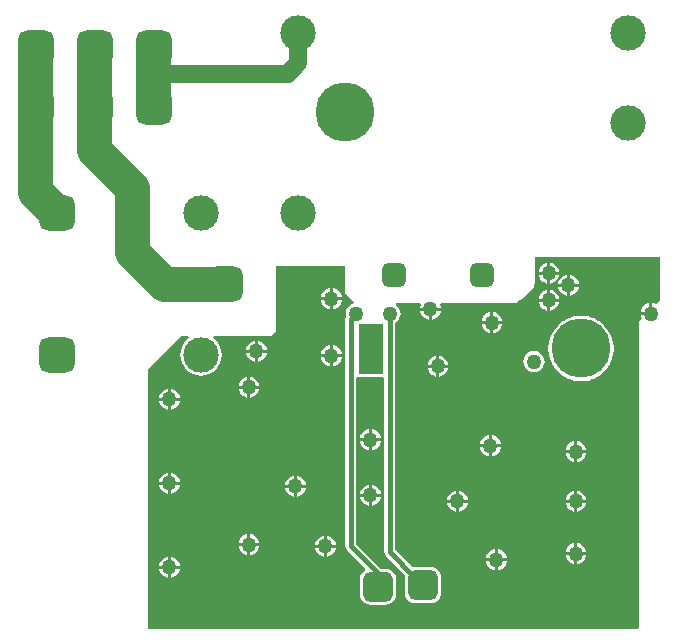
<source format=gbl>
G04 Layer_Physical_Order=2*
G04 Layer_Color=16711680*
%FSAX24Y24*%
%MOIN*%
G70*
G01*
G75*
%ADD10C,0.0157*%
%ADD24C,0.1181*%
%ADD25C,0.0591*%
%ADD36C,0.1181*%
G04:AMPARAMS|DCode=37|XSize=78.7mil|YSize=78.7mil|CornerRadius=19.7mil|HoleSize=0mil|Usage=FLASHONLY|Rotation=180.000|XOffset=0mil|YOffset=0mil|HoleType=Round|Shape=RoundedRectangle|*
%AMROUNDEDRECTD37*
21,1,0.0787,0.0394,0,0,180.0*
21,1,0.0394,0.0787,0,0,180.0*
1,1,0.0394,-0.0197,0.0197*
1,1,0.0394,0.0197,0.0197*
1,1,0.0394,0.0197,-0.0197*
1,1,0.0394,-0.0197,-0.0197*
%
%ADD37ROUNDEDRECTD37*%
G04:AMPARAMS|DCode=38|XSize=118.1mil|YSize=118.1mil|CornerRadius=29.5mil|HoleSize=0mil|Usage=FLASHONLY|Rotation=90.000|XOffset=0mil|YOffset=0mil|HoleType=Round|Shape=RoundedRectangle|*
%AMROUNDEDRECTD38*
21,1,0.1181,0.0591,0,0,90.0*
21,1,0.0591,0.1181,0,0,90.0*
1,1,0.0591,0.0295,0.0295*
1,1,0.0591,0.0295,-0.0295*
1,1,0.0591,-0.0295,-0.0295*
1,1,0.0591,-0.0295,0.0295*
%
%ADD38ROUNDEDRECTD38*%
G04:AMPARAMS|DCode=39|XSize=118.1mil|YSize=118.1mil|CornerRadius=29.5mil|HoleSize=0mil|Usage=FLASHONLY|Rotation=0.000|XOffset=0mil|YOffset=0mil|HoleType=Round|Shape=RoundedRectangle|*
%AMROUNDEDRECTD39*
21,1,0.1181,0.0591,0,0,0.0*
21,1,0.0591,0.1181,0,0,0.0*
1,1,0.0591,0.0295,-0.0295*
1,1,0.0591,-0.0295,-0.0295*
1,1,0.0591,-0.0295,0.0295*
1,1,0.0591,0.0295,0.0295*
%
%ADD39ROUNDEDRECTD39*%
%ADD40C,0.1968*%
%ADD41C,0.0500*%
G04:AMPARAMS|DCode=42|XSize=100mil|YSize=100mil|CornerRadius=25mil|HoleSize=0mil|Usage=FLASHONLY|Rotation=0.000|XOffset=0mil|YOffset=0mil|HoleType=Round|Shape=RoundedRectangle|*
%AMROUNDEDRECTD42*
21,1,0.1000,0.0500,0,0,0.0*
21,1,0.0500,0.1000,0,0,0.0*
1,1,0.0500,0.0250,-0.0250*
1,1,0.0500,-0.0250,-0.0250*
1,1,0.0500,-0.0250,0.0250*
1,1,0.0500,0.0250,0.0250*
%
%ADD42ROUNDEDRECTD42*%
%ADD43R,0.0820X0.1650*%
G36*
X032550Y039800D02*
X032412Y039662D01*
X032341Y039691D01*
X032300Y039696D01*
X032300Y039350D01*
X032250Y039350D01*
X032250Y039300D01*
X031904Y039300D01*
X031909Y039259D01*
X031938Y039188D01*
X031850Y039100D01*
X031850Y028900D01*
X031854Y028896D01*
X031835Y028850D01*
X015500Y028850D01*
X015500Y037500D01*
X016600Y038600D01*
X016830Y038600D01*
X016865Y038554D01*
X016865Y038550D01*
X016762Y038466D01*
X016676Y038361D01*
X016612Y038241D01*
X016573Y038111D01*
X016559Y037976D01*
X016573Y037840D01*
X016612Y037710D01*
X016676Y037590D01*
X016762Y037485D01*
X016868Y037399D01*
X016988Y037335D01*
X017118Y037295D01*
X017253Y037282D01*
X017389Y037295D01*
X017519Y037335D01*
X017639Y037399D01*
X017744Y037485D01*
X017830Y037590D01*
X017894Y037710D01*
X017934Y037840D01*
X017947Y037976D01*
X017934Y038111D01*
X017894Y038241D01*
X017830Y038361D01*
X017744Y038466D01*
X017642Y038550D01*
X017642Y038554D01*
X017677Y038600D01*
X019600Y038600D01*
X019750Y038750D01*
X019750Y040950D01*
X022050Y040950D01*
X022050Y040050D01*
X022356Y039744D01*
X022338Y039691D01*
X022338Y039691D01*
X022253Y039656D01*
X022180Y039600D01*
X022123Y039527D01*
X022088Y039441D01*
X022076Y039350D01*
X022088Y039259D01*
X022090Y039254D01*
X022082Y039241D01*
X022068Y039171D01*
X022068Y039171D01*
X022068Y031600D01*
X022068Y031600D01*
X022082Y031530D01*
X022121Y031471D01*
X022736Y030856D01*
X022729Y030817D01*
X022719Y030802D01*
X022650Y030750D01*
X022594Y030677D01*
X022559Y030591D01*
X022547Y030500D01*
X022547Y030000D01*
X022559Y029909D01*
X022594Y029823D01*
X022650Y029750D01*
X022723Y029694D01*
X022809Y029659D01*
X022900Y029647D01*
X023400Y029647D01*
X023491Y029659D01*
X023577Y029694D01*
X023650Y029750D01*
X023706Y029823D01*
X023741Y029909D01*
X023753Y030000D01*
X023753Y030500D01*
X023741Y030591D01*
X023706Y030677D01*
X023650Y030750D01*
X023577Y030806D01*
X023491Y030841D01*
X023400Y030853D01*
X023255Y030853D01*
X022432Y031675D01*
X022432Y037212D01*
X022446Y037224D01*
X022482Y037244D01*
X022510Y037238D01*
X023330Y037238D01*
X023368Y037207D01*
X023368Y031400D01*
X023368Y031400D01*
X023382Y031330D01*
X023421Y031271D01*
X024058Y030634D01*
X024047Y030550D01*
X024047Y030050D01*
X024059Y029959D01*
X024094Y029873D01*
X024150Y029800D01*
X024223Y029744D01*
X024309Y029709D01*
X024400Y029697D01*
X024900Y029697D01*
X024991Y029709D01*
X025077Y029744D01*
X025150Y029800D01*
X025206Y029873D01*
X025241Y029959D01*
X025253Y030050D01*
X025253Y030550D01*
X025241Y030641D01*
X025206Y030727D01*
X025150Y030800D01*
X025077Y030856D01*
X024991Y030891D01*
X024900Y030903D01*
X024400Y030903D01*
X024316Y030892D01*
X023732Y031475D01*
X023732Y039049D01*
X023800Y039100D01*
X023856Y039173D01*
X023891Y039259D01*
X023903Y039350D01*
X023891Y039441D01*
X023856Y039527D01*
X023800Y039600D01*
X023734Y039650D01*
X023737Y039678D01*
X023748Y039700D01*
X024552Y039700D01*
X024583Y039650D01*
X024559Y039591D01*
X024554Y039550D01*
X025246Y039550D01*
X025241Y039591D01*
X025217Y039650D01*
X025248Y039700D01*
X027750Y039700D01*
X027832Y039782D01*
X027855Y039786D01*
X027864Y039790D01*
X027874Y039792D01*
X027874Y039792D01*
X027885Y039795D01*
X027894Y039801D01*
X027895Y039801D01*
X027904Y039807D01*
X027913Y039811D01*
X027933Y039824D01*
X027940Y039831D01*
X027948Y039836D01*
X027948Y039837D01*
X027957Y039843D01*
X028307Y040193D01*
X028307Y040193D01*
X028313Y040202D01*
X028314Y040202D01*
X028319Y040210D01*
X028326Y040217D01*
X028339Y040237D01*
X028343Y040246D01*
X028349Y040255D01*
X028349Y040256D01*
X028355Y040265D01*
X028358Y040276D01*
X028358Y040276D01*
X028360Y040286D01*
X028364Y040295D01*
X028368Y040318D01*
X028368Y040328D01*
X028370Y040338D01*
X028370Y040339D01*
X028372Y040350D01*
X028372Y040350D01*
X028372Y041250D01*
X032550Y041250D01*
X032550Y039800D01*
X032550Y039800D02*
G37*
%LPC*%
G36*
X022850Y033646D02*
X022809Y033641D01*
X022723Y033606D01*
X022650Y033550D01*
X022594Y033477D01*
X022559Y033391D01*
X022554Y033350D01*
X022850Y033350D01*
X022850Y033646D01*
X022850Y033646D02*
G37*
G36*
X020746Y033550D02*
X020450Y033550D01*
X020450Y033254D01*
X020491Y033259D01*
X020577Y033294D01*
X020650Y033350D01*
X020706Y033423D01*
X020741Y033509D01*
X020746Y033550D01*
X020746Y033550D02*
G37*
G36*
X020350Y033550D02*
X020054Y033550D01*
X020059Y033509D01*
X020094Y033423D01*
X020150Y033350D01*
X020223Y033294D01*
X020309Y033259D01*
X020350Y033254D01*
X020350Y033550D01*
X020350Y033550D02*
G37*
G36*
X016546Y033650D02*
X016250Y033650D01*
X016250Y033354D01*
X016291Y033359D01*
X016377Y033394D01*
X016450Y033450D01*
X016506Y033523D01*
X016541Y033609D01*
X016546Y033650D01*
X016546Y033650D02*
G37*
G36*
X016150Y033650D02*
X015854Y033650D01*
X015859Y033609D01*
X015894Y033523D01*
X015950Y033450D01*
X016023Y033394D01*
X016109Y033359D01*
X016150Y033354D01*
X016150Y033650D01*
X016150Y033650D02*
G37*
G36*
X022950Y033646D02*
X022950Y033350D01*
X023246Y033350D01*
X023241Y033391D01*
X023206Y033477D01*
X023150Y033550D01*
X023077Y033606D01*
X022991Y033641D01*
X022950Y033646D01*
X022950Y033646D02*
G37*
G36*
X025750Y033446D02*
X025709Y033441D01*
X025623Y033406D01*
X025550Y033350D01*
X025494Y033277D01*
X025459Y033191D01*
X025454Y033150D01*
X025750Y033150D01*
X025750Y033446D01*
X025750Y033446D02*
G37*
G36*
X023246Y033250D02*
X022950Y033250D01*
X022950Y032954D01*
X022991Y032959D01*
X023077Y032994D01*
X023150Y033050D01*
X023206Y033123D01*
X023241Y033209D01*
X023246Y033250D01*
X023246Y033250D02*
G37*
G36*
X022850Y033250D02*
X022554Y033250D01*
X022559Y033209D01*
X022594Y033123D01*
X022650Y033050D01*
X022723Y032994D01*
X022809Y032959D01*
X022850Y032954D01*
X022850Y033250D01*
X022850Y033250D02*
G37*
G36*
X029800Y033446D02*
X029800Y033150D01*
X030096Y033150D01*
X030091Y033191D01*
X030056Y033277D01*
X030000Y033350D01*
X029927Y033406D01*
X029841Y033441D01*
X029800Y033446D01*
X029800Y033446D02*
G37*
G36*
X029700Y033446D02*
X029659Y033441D01*
X029573Y033406D01*
X029500Y033350D01*
X029444Y033277D01*
X029409Y033191D01*
X029404Y033150D01*
X029700Y033150D01*
X029700Y033446D01*
X029700Y033446D02*
G37*
G36*
X025850Y033446D02*
X025850Y033150D01*
X026146Y033150D01*
X026141Y033191D01*
X026106Y033277D01*
X026050Y033350D01*
X025977Y033406D01*
X025891Y033441D01*
X025850Y033446D01*
X025850Y033446D02*
G37*
G36*
X027246Y034900D02*
X026950Y034900D01*
X026950Y034604D01*
X026991Y034609D01*
X027077Y034644D01*
X027150Y034700D01*
X027206Y034773D01*
X027241Y034859D01*
X027246Y034900D01*
X027246Y034900D02*
G37*
G36*
X026850Y034900D02*
X026554Y034900D01*
X026559Y034859D01*
X026594Y034773D01*
X026650Y034700D01*
X026723Y034644D01*
X026809Y034609D01*
X026850Y034604D01*
X026850Y034900D01*
X026850Y034900D02*
G37*
G36*
X030096Y034700D02*
X029800Y034700D01*
X029800Y034404D01*
X029841Y034409D01*
X029927Y034444D01*
X030000Y034500D01*
X030056Y034573D01*
X030091Y034659D01*
X030096Y034700D01*
X030096Y034700D02*
G37*
G36*
X022850Y035100D02*
X022554Y035100D01*
X022559Y035059D01*
X022594Y034973D01*
X022650Y034900D01*
X022723Y034844D01*
X022809Y034809D01*
X022850Y034804D01*
X022850Y035100D01*
X022850Y035100D02*
G37*
G36*
X029800Y035096D02*
X029800Y034800D01*
X030096Y034800D01*
X030091Y034841D01*
X030056Y034927D01*
X030000Y035000D01*
X029927Y035056D01*
X029841Y035091D01*
X029800Y035096D01*
X029800Y035096D02*
G37*
G36*
X029700Y035096D02*
X029659Y035091D01*
X029573Y035056D01*
X029500Y035000D01*
X029444Y034927D01*
X029409Y034841D01*
X029404Y034800D01*
X029700Y034800D01*
X029700Y035096D01*
X029700Y035096D02*
G37*
G36*
X020450Y033946D02*
X020450Y033650D01*
X020746Y033650D01*
X020741Y033691D01*
X020706Y033777D01*
X020650Y033850D01*
X020577Y033906D01*
X020491Y033941D01*
X020450Y033946D01*
X020450Y033946D02*
G37*
G36*
X020350Y033946D02*
X020309Y033941D01*
X020223Y033906D01*
X020150Y033850D01*
X020094Y033777D01*
X020059Y033691D01*
X020054Y033650D01*
X020350Y033650D01*
X020350Y033946D01*
X020350Y033946D02*
G37*
G36*
X023246Y035100D02*
X022950Y035100D01*
X022950Y034804D01*
X022991Y034809D01*
X023077Y034844D01*
X023150Y034900D01*
X023206Y034973D01*
X023241Y035059D01*
X023246Y035100D01*
X023246Y035100D02*
G37*
G36*
X029700Y034700D02*
X029404Y034700D01*
X029409Y034659D01*
X029444Y034573D01*
X029500Y034500D01*
X029573Y034444D01*
X029659Y034409D01*
X029700Y034404D01*
X029700Y034700D01*
X029700Y034700D02*
G37*
G36*
X016250Y034046D02*
X016250Y033750D01*
X016546Y033750D01*
X016541Y033791D01*
X016506Y033877D01*
X016450Y033950D01*
X016377Y034006D01*
X016291Y034041D01*
X016250Y034046D01*
X016250Y034046D02*
G37*
G36*
X016150Y034046D02*
X016109Y034041D01*
X016023Y034006D01*
X015950Y033950D01*
X015894Y033877D01*
X015859Y033791D01*
X015854Y033750D01*
X016150Y033750D01*
X016150Y034046D01*
X016150Y034046D02*
G37*
G36*
X027050Y031496D02*
X027009Y031491D01*
X026923Y031456D01*
X026850Y031400D01*
X026794Y031327D01*
X026759Y031241D01*
X026754Y031200D01*
X027050Y031200D01*
X027050Y031496D01*
X027050Y031496D02*
G37*
G36*
X030096Y031300D02*
X029800Y031300D01*
X029800Y031004D01*
X029841Y031009D01*
X029927Y031044D01*
X030000Y031100D01*
X030056Y031173D01*
X030091Y031259D01*
X030096Y031300D01*
X030096Y031300D02*
G37*
G36*
X029700Y031300D02*
X029404Y031300D01*
X029409Y031259D01*
X029444Y031173D01*
X029500Y031100D01*
X029573Y031044D01*
X029659Y031009D01*
X029700Y031004D01*
X029700Y031300D01*
X029700Y031300D02*
G37*
G36*
X021746Y031550D02*
X021450Y031550D01*
X021450Y031254D01*
X021491Y031259D01*
X021577Y031294D01*
X021650Y031350D01*
X021706Y031423D01*
X021741Y031509D01*
X021746Y031550D01*
X021746Y031550D02*
G37*
G36*
X021350Y031550D02*
X021054Y031550D01*
X021059Y031509D01*
X021094Y031423D01*
X021150Y031350D01*
X021223Y031294D01*
X021309Y031259D01*
X021350Y031254D01*
X021350Y031550D01*
X021350Y031550D02*
G37*
G36*
X027150Y031496D02*
X027150Y031200D01*
X027446Y031200D01*
X027441Y031241D01*
X027406Y031327D01*
X027350Y031400D01*
X027277Y031456D01*
X027191Y031491D01*
X027150Y031496D01*
X027150Y031496D02*
G37*
G36*
X027050Y031100D02*
X026754Y031100D01*
X026759Y031059D01*
X026794Y030973D01*
X026850Y030900D01*
X026923Y030844D01*
X027009Y030809D01*
X027050Y030804D01*
X027050Y031100D01*
X027050Y031100D02*
G37*
G36*
X016546Y030850D02*
X016250Y030850D01*
X016250Y030554D01*
X016291Y030559D01*
X016377Y030594D01*
X016450Y030650D01*
X016506Y030723D01*
X016541Y030809D01*
X016546Y030850D01*
X016546Y030850D02*
G37*
G36*
X016150Y030850D02*
X015854Y030850D01*
X015859Y030809D01*
X015894Y030723D01*
X015950Y030650D01*
X016023Y030594D01*
X016109Y030559D01*
X016150Y030554D01*
X016150Y030850D01*
X016150Y030850D02*
G37*
G36*
X016250Y031246D02*
X016250Y030950D01*
X016546Y030950D01*
X016541Y030991D01*
X016506Y031077D01*
X016450Y031150D01*
X016377Y031206D01*
X016291Y031241D01*
X016250Y031246D01*
X016250Y031246D02*
G37*
G36*
X016150Y031246D02*
X016109Y031241D01*
X016023Y031206D01*
X015950Y031150D01*
X015894Y031077D01*
X015859Y030991D01*
X015854Y030950D01*
X016150Y030950D01*
X016150Y031246D01*
X016150Y031246D02*
G37*
G36*
X027446Y031100D02*
X027150Y031100D01*
X027150Y030804D01*
X027191Y030809D01*
X027277Y030844D01*
X027350Y030900D01*
X027406Y030973D01*
X027441Y031059D01*
X027446Y031100D01*
X027446Y031100D02*
G37*
G36*
X025750Y033050D02*
X025454Y033050D01*
X025459Y033009D01*
X025494Y032923D01*
X025550Y032850D01*
X025623Y032794D01*
X025709Y032759D01*
X025750Y032754D01*
X025750Y033050D01*
X025750Y033050D02*
G37*
G36*
X018900Y031996D02*
X018900Y031700D01*
X019196Y031700D01*
X019191Y031741D01*
X019156Y031827D01*
X019100Y031900D01*
X019027Y031956D01*
X018941Y031991D01*
X018900Y031996D01*
X018900Y031996D02*
G37*
G36*
X018800Y031996D02*
X018759Y031991D01*
X018673Y031956D01*
X018600Y031900D01*
X018544Y031827D01*
X018509Y031741D01*
X018504Y031700D01*
X018800Y031700D01*
X018800Y031996D01*
X018800Y031996D02*
G37*
G36*
X030096Y033050D02*
X029800Y033050D01*
X029800Y032754D01*
X029841Y032759D01*
X029927Y032794D01*
X030000Y032850D01*
X030056Y032923D01*
X030091Y033009D01*
X030096Y033050D01*
X030096Y033050D02*
G37*
G36*
X029700Y033050D02*
X029404Y033050D01*
X029409Y033009D01*
X029444Y032923D01*
X029500Y032850D01*
X029573Y032794D01*
X029659Y032759D01*
X029700Y032754D01*
X029700Y033050D01*
X029700Y033050D02*
G37*
G36*
X026146Y033050D02*
X025850Y033050D01*
X025850Y032754D01*
X025891Y032759D01*
X025977Y032794D01*
X026050Y032850D01*
X026106Y032923D01*
X026141Y033009D01*
X026146Y033050D01*
X026146Y033050D02*
G37*
G36*
X029700Y031696D02*
X029659Y031691D01*
X029573Y031656D01*
X029500Y031600D01*
X029444Y031527D01*
X029409Y031441D01*
X029404Y031400D01*
X029700Y031400D01*
X029700Y031696D01*
X029700Y031696D02*
G37*
G36*
X019196Y031600D02*
X018900Y031600D01*
X018900Y031304D01*
X018941Y031309D01*
X019027Y031344D01*
X019100Y031400D01*
X019156Y031473D01*
X019191Y031559D01*
X019196Y031600D01*
X019196Y031600D02*
G37*
G36*
X018800Y031600D02*
X018504Y031600D01*
X018509Y031559D01*
X018544Y031473D01*
X018600Y031400D01*
X018673Y031344D01*
X018759Y031309D01*
X018800Y031304D01*
X018800Y031600D01*
X018800Y031600D02*
G37*
G36*
X021450Y031946D02*
X021450Y031650D01*
X021746Y031650D01*
X021741Y031691D01*
X021706Y031777D01*
X021650Y031850D01*
X021577Y031906D01*
X021491Y031941D01*
X021450Y031946D01*
X021450Y031946D02*
G37*
G36*
X021350Y031946D02*
X021309Y031941D01*
X021223Y031906D01*
X021150Y031850D01*
X021094Y031777D01*
X021059Y031691D01*
X021054Y031650D01*
X021350Y031650D01*
X021350Y031946D01*
X021350Y031946D02*
G37*
G36*
X029800Y031696D02*
X029800Y031400D01*
X030096Y031400D01*
X030091Y031441D01*
X030056Y031527D01*
X030000Y031600D01*
X029927Y031656D01*
X029841Y031691D01*
X029800Y031696D01*
X029800Y031696D02*
G37*
G36*
X026850Y035296D02*
X026809Y035291D01*
X026723Y035256D01*
X026650Y035200D01*
X026594Y035127D01*
X026559Y035041D01*
X026554Y035000D01*
X026850Y035000D01*
X026850Y035296D01*
X026850Y035296D02*
G37*
G36*
X028800Y039750D02*
X028504Y039750D01*
X028509Y039709D01*
X028544Y039623D01*
X028600Y039550D01*
X028673Y039494D01*
X028759Y039459D01*
X028800Y039454D01*
X028800Y039750D01*
X028800Y039750D02*
G37*
G36*
X032200Y039696D02*
X032159Y039691D01*
X032073Y039656D01*
X032000Y039600D01*
X031944Y039527D01*
X031909Y039441D01*
X031904Y039400D01*
X032200Y039400D01*
X032200Y039696D01*
X032200Y039696D02*
G37*
G36*
X029921Y039280D02*
X029916Y039279D01*
X029911Y039279D01*
X029718Y039260D01*
X029709Y039258D01*
X029699Y039257D01*
X029605Y039228D01*
X029585Y039223D01*
X029574Y039219D01*
X029513Y039200D01*
X029504Y039196D01*
X029495Y039193D01*
X029439Y039163D01*
X029427Y039158D01*
X029410Y039148D01*
X029324Y039101D01*
X029316Y039095D01*
X029307Y039090D01*
X029157Y038967D01*
X029151Y038959D01*
X029143Y038953D01*
X029020Y038803D01*
X029015Y038794D01*
X029009Y038787D01*
X028963Y038700D01*
X028952Y038683D01*
X028948Y038672D01*
X028918Y038616D01*
X028915Y038606D01*
X028910Y038597D01*
X028892Y038536D01*
X028887Y038525D01*
X028882Y038505D01*
X028854Y038412D01*
X028853Y038402D01*
X028850Y038392D01*
X028831Y038199D01*
X028832Y038189D01*
X028831Y038179D01*
X028850Y037986D01*
X028853Y037976D01*
X028854Y037966D01*
X028882Y037872D01*
X028887Y037853D01*
X028892Y037842D01*
X028910Y037781D01*
X028915Y037772D01*
X028918Y037762D01*
X028948Y037706D01*
X028952Y037695D01*
X028963Y037678D01*
X029009Y037591D01*
X029015Y037584D01*
X029020Y037575D01*
X029143Y037425D01*
X029151Y037419D01*
X029157Y037411D01*
X029307Y037288D01*
X029316Y037283D01*
X029324Y037277D01*
X029410Y037230D01*
X029427Y037220D01*
X029439Y037215D01*
X029495Y037185D01*
X029504Y037182D01*
X029513Y037178D01*
X029574Y037159D01*
X029585Y037155D01*
X029605Y037150D01*
X029699Y037121D01*
X029709Y037120D01*
X029718Y037118D01*
X029911Y037098D01*
X029916Y037099D01*
X029921Y037098D01*
X029926Y037099D01*
X029931Y037098D01*
X030124Y037118D01*
X030134Y037120D01*
X030144Y037121D01*
X030238Y037150D01*
X030257Y037155D01*
X030269Y037159D01*
X030329Y037178D01*
X030338Y037182D01*
X030348Y037185D01*
X030404Y037215D01*
X030415Y037220D01*
X030432Y037230D01*
X030519Y037277D01*
X030527Y037283D01*
X030535Y037288D01*
X030685Y037411D01*
X030692Y037419D01*
X030699Y037425D01*
X030822Y037575D01*
X030827Y037584D01*
X030834Y037591D01*
X030880Y037678D01*
X030890Y037695D01*
X030895Y037706D01*
X030925Y037762D01*
X030928Y037772D01*
X030933Y037781D01*
X030951Y037842D01*
X030956Y037853D01*
X030960Y037872D01*
X030989Y037966D01*
X030990Y037976D01*
X030993Y037986D01*
X031012Y038179D01*
X031011Y038189D01*
X031012Y038199D01*
X030993Y038392D01*
X030990Y038402D01*
X030989Y038412D01*
X030960Y038505D01*
X030956Y038525D01*
X030951Y038536D01*
X030933Y038597D01*
X030928Y038606D01*
X030925Y038616D01*
X030895Y038672D01*
X030890Y038683D01*
X030880Y038700D01*
X030834Y038787D01*
X030827Y038794D01*
X030822Y038803D01*
X030699Y038953D01*
X030692Y038959D01*
X030685Y038967D01*
X030535Y039090D01*
X030527Y039095D01*
X030519Y039101D01*
X030432Y039148D01*
X030415Y039158D01*
X030404Y039163D01*
X030348Y039193D01*
X030338Y039196D01*
X030329Y039200D01*
X030269Y039219D01*
X030257Y039223D01*
X030238Y039228D01*
X030144Y039257D01*
X030134Y039258D01*
X030124Y039260D01*
X029931Y039279D01*
X029926Y039279D01*
X029921Y039280D01*
X029921Y039280D02*
G37*
G36*
X021946Y039800D02*
X021650Y039800D01*
X021650Y039504D01*
X021691Y039509D01*
X021777Y039544D01*
X021850Y039600D01*
X021906Y039673D01*
X021941Y039759D01*
X021946Y039800D01*
X021946Y039800D02*
G37*
G36*
X021550Y039800D02*
X021254Y039800D01*
X021259Y039759D01*
X021294Y039673D01*
X021350Y039600D01*
X021423Y039544D01*
X021509Y039509D01*
X021550Y039504D01*
X021550Y039800D01*
X021550Y039800D02*
G37*
G36*
X029196Y039750D02*
X028900Y039750D01*
X028900Y039454D01*
X028941Y039459D01*
X029027Y039494D01*
X029100Y039550D01*
X029156Y039623D01*
X029191Y039709D01*
X029196Y039750D01*
X029196Y039750D02*
G37*
G36*
X026900Y039396D02*
X026859Y039391D01*
X026773Y039356D01*
X026700Y039300D01*
X026644Y039227D01*
X026609Y039141D01*
X026604Y039100D01*
X026900Y039100D01*
X026900Y039396D01*
X026900Y039396D02*
G37*
G36*
X027296Y039000D02*
X027000Y039000D01*
X027000Y038704D01*
X027041Y038709D01*
X027127Y038744D01*
X027200Y038800D01*
X027256Y038873D01*
X027291Y038959D01*
X027296Y039000D01*
X027296Y039000D02*
G37*
G36*
X026900Y039000D02*
X026604Y039000D01*
X026609Y038959D01*
X026644Y038873D01*
X026700Y038800D01*
X026773Y038744D01*
X026859Y038709D01*
X026900Y038704D01*
X026900Y039000D01*
X026900Y039000D02*
G37*
G36*
X025246Y039450D02*
X024950Y039450D01*
X024950Y039154D01*
X024991Y039159D01*
X025077Y039194D01*
X025150Y039250D01*
X025206Y039323D01*
X025241Y039409D01*
X025246Y039450D01*
X025246Y039450D02*
G37*
G36*
X024850Y039450D02*
X024554Y039450D01*
X024559Y039409D01*
X024594Y039323D01*
X024650Y039250D01*
X024723Y039194D01*
X024809Y039159D01*
X024850Y039154D01*
X024850Y039450D01*
X024850Y039450D02*
G37*
G36*
X027000Y039396D02*
X027000Y039100D01*
X027296Y039100D01*
X027291Y039141D01*
X027256Y039227D01*
X027200Y039300D01*
X027127Y039356D01*
X027041Y039391D01*
X027000Y039396D01*
X027000Y039396D02*
G37*
G36*
X028800Y040650D02*
X028504Y040650D01*
X028509Y040609D01*
X028544Y040523D01*
X028600Y040450D01*
X028673Y040394D01*
X028759Y040359D01*
X028800Y040354D01*
X028800Y040650D01*
X028800Y040650D02*
G37*
G36*
X029550Y040646D02*
X029550Y040350D01*
X029846Y040350D01*
X029841Y040391D01*
X029806Y040477D01*
X029750Y040550D01*
X029677Y040606D01*
X029591Y040641D01*
X029550Y040646D01*
X029550Y040646D02*
G37*
G36*
X029450Y040646D02*
X029409Y040641D01*
X029323Y040606D01*
X029250Y040550D01*
X029194Y040477D01*
X029159Y040391D01*
X029154Y040350D01*
X029450Y040350D01*
X029450Y040646D01*
X029450Y040646D02*
G37*
G36*
X028900Y041046D02*
X028900Y040750D01*
X029196Y040750D01*
X029191Y040791D01*
X029156Y040877D01*
X029100Y040950D01*
X029027Y041006D01*
X028941Y041041D01*
X028900Y041046D01*
X028900Y041046D02*
G37*
G36*
X028800Y041046D02*
X028759Y041041D01*
X028673Y041006D01*
X028600Y040950D01*
X028544Y040877D01*
X028509Y040791D01*
X028504Y040750D01*
X028800Y040750D01*
X028800Y041046D01*
X028800Y041046D02*
G37*
G36*
X029196Y040650D02*
X028900Y040650D01*
X028900Y040354D01*
X028941Y040359D01*
X029027Y040394D01*
X029100Y040450D01*
X029156Y040523D01*
X029191Y040609D01*
X029196Y040650D01*
X029196Y040650D02*
G37*
G36*
X021550Y040196D02*
X021509Y040191D01*
X021423Y040156D01*
X021350Y040100D01*
X021294Y040027D01*
X021259Y039941D01*
X021254Y039900D01*
X021550Y039900D01*
X021550Y040196D01*
X021550Y040196D02*
G37*
G36*
X028900Y040146D02*
X028900Y039850D01*
X029196Y039850D01*
X029191Y039891D01*
X029156Y039977D01*
X029100Y040050D01*
X029027Y040106D01*
X028941Y040141D01*
X028900Y040146D01*
X028900Y040146D02*
G37*
G36*
X028800Y040146D02*
X028759Y040141D01*
X028673Y040106D01*
X028600Y040050D01*
X028544Y039977D01*
X028509Y039891D01*
X028504Y039850D01*
X028800Y039850D01*
X028800Y040146D01*
X028800Y040146D02*
G37*
G36*
X029846Y040250D02*
X029550Y040250D01*
X029550Y039954D01*
X029591Y039959D01*
X029677Y039994D01*
X029750Y040050D01*
X029806Y040123D01*
X029841Y040209D01*
X029846Y040250D01*
X029846Y040250D02*
G37*
G36*
X029450Y040250D02*
X029154Y040250D01*
X029159Y040209D01*
X029194Y040123D01*
X029250Y040050D01*
X029323Y039994D01*
X029409Y039959D01*
X029450Y039954D01*
X029450Y040250D01*
X029450Y040250D02*
G37*
G36*
X021650Y040196D02*
X021650Y039900D01*
X021946Y039900D01*
X021941Y039941D01*
X021906Y040027D01*
X021850Y040100D01*
X021777Y040156D01*
X021691Y040191D01*
X021650Y040196D01*
X021650Y040196D02*
G37*
G36*
X019196Y036850D02*
X018900Y036850D01*
X018900Y036554D01*
X018941Y036559D01*
X019027Y036594D01*
X019100Y036650D01*
X019156Y036723D01*
X019191Y036809D01*
X019196Y036850D01*
X019196Y036850D02*
G37*
G36*
X018800Y036850D02*
X018504Y036850D01*
X018509Y036809D01*
X018544Y036723D01*
X018600Y036650D01*
X018673Y036594D01*
X018759Y036559D01*
X018800Y036554D01*
X018800Y036850D01*
X018800Y036850D02*
G37*
G36*
X016250Y036846D02*
X016250Y036550D01*
X016546Y036550D01*
X016541Y036591D01*
X016506Y036677D01*
X016450Y036750D01*
X016377Y036806D01*
X016291Y036841D01*
X016250Y036846D01*
X016250Y036846D02*
G37*
G36*
X025100Y037550D02*
X024804Y037550D01*
X024809Y037509D01*
X024844Y037423D01*
X024900Y037350D01*
X024973Y037294D01*
X025059Y037259D01*
X025100Y037254D01*
X025100Y037550D01*
X025100Y037550D02*
G37*
G36*
X018900Y037246D02*
X018900Y036950D01*
X019196Y036950D01*
X019191Y036991D01*
X019156Y037077D01*
X019100Y037150D01*
X019027Y037206D01*
X018941Y037241D01*
X018900Y037246D01*
X018900Y037246D02*
G37*
G36*
X018800Y037246D02*
X018759Y037241D01*
X018673Y037206D01*
X018600Y037150D01*
X018544Y037077D01*
X018509Y036991D01*
X018504Y036950D01*
X018800Y036950D01*
X018800Y037246D01*
X018800Y037246D02*
G37*
G36*
X022950Y035496D02*
X022950Y035200D01*
X023246Y035200D01*
X023241Y035241D01*
X023206Y035327D01*
X023150Y035400D01*
X023077Y035456D01*
X022991Y035491D01*
X022950Y035496D01*
X022950Y035496D02*
G37*
G36*
X022850Y035496D02*
X022809Y035491D01*
X022723Y035456D01*
X022650Y035400D01*
X022594Y035327D01*
X022559Y035241D01*
X022554Y035200D01*
X022850Y035200D01*
X022850Y035496D01*
X022850Y035496D02*
G37*
G36*
X026950Y035296D02*
X026950Y035000D01*
X027246Y035000D01*
X027241Y035041D01*
X027206Y035127D01*
X027150Y035200D01*
X027077Y035256D01*
X026991Y035291D01*
X026950Y035296D01*
X026950Y035296D02*
G37*
G36*
X016150Y036846D02*
X016109Y036841D01*
X016023Y036806D01*
X015950Y036750D01*
X015894Y036677D01*
X015859Y036591D01*
X015854Y036550D01*
X016150Y036550D01*
X016150Y036846D01*
X016150Y036846D02*
G37*
G36*
X016546Y036450D02*
X016250Y036450D01*
X016250Y036154D01*
X016291Y036159D01*
X016377Y036194D01*
X016450Y036250D01*
X016506Y036323D01*
X016541Y036409D01*
X016546Y036450D01*
X016546Y036450D02*
G37*
G36*
X016150Y036450D02*
X015854Y036450D01*
X015859Y036409D01*
X015894Y036323D01*
X015950Y036250D01*
X016023Y036194D01*
X016109Y036159D01*
X016150Y036154D01*
X016150Y036450D01*
X016150Y036450D02*
G37*
G36*
X021550Y038296D02*
X021509Y038291D01*
X021423Y038256D01*
X021350Y038200D01*
X021294Y038127D01*
X021259Y038041D01*
X021254Y038000D01*
X021550Y038000D01*
X021550Y038296D01*
X021550Y038296D02*
G37*
G36*
X019446Y038050D02*
X019150Y038050D01*
X019150Y037754D01*
X019191Y037759D01*
X019277Y037794D01*
X019350Y037850D01*
X019406Y037923D01*
X019441Y038009D01*
X019446Y038050D01*
X019446Y038050D02*
G37*
G36*
X019050Y038050D02*
X018754Y038050D01*
X018759Y038009D01*
X018794Y037923D01*
X018850Y037850D01*
X018923Y037794D01*
X019009Y037759D01*
X019050Y037754D01*
X019050Y038050D01*
X019050Y038050D02*
G37*
G36*
X019150Y038446D02*
X019150Y038150D01*
X019446Y038150D01*
X019441Y038191D01*
X019406Y038277D01*
X019350Y038350D01*
X019277Y038406D01*
X019191Y038441D01*
X019150Y038446D01*
X019150Y038446D02*
G37*
G36*
X019050Y038446D02*
X019009Y038441D01*
X018923Y038406D01*
X018850Y038350D01*
X018794Y038277D01*
X018759Y038191D01*
X018754Y038150D01*
X019050Y038150D01*
X019050Y038446D01*
X019050Y038446D02*
G37*
G36*
X021650Y038296D02*
X021650Y038000D01*
X021946Y038000D01*
X021941Y038041D01*
X021906Y038127D01*
X021850Y038200D01*
X021777Y038256D01*
X021691Y038291D01*
X021650Y038296D01*
X021650Y038296D02*
G37*
G36*
X021550Y037900D02*
X021254Y037900D01*
X021259Y037859D01*
X021294Y037773D01*
X021350Y037700D01*
X021423Y037644D01*
X021509Y037609D01*
X021550Y037604D01*
X021550Y037900D01*
X021550Y037900D02*
G37*
G36*
X028350Y038103D02*
X028259Y038091D01*
X028173Y038056D01*
X028100Y038000D01*
X028044Y037927D01*
X028009Y037841D01*
X027997Y037750D01*
X028009Y037659D01*
X028044Y037573D01*
X028100Y037500D01*
X028173Y037444D01*
X028259Y037409D01*
X028350Y037397D01*
X028441Y037409D01*
X028527Y037444D01*
X028600Y037500D01*
X028656Y037573D01*
X028691Y037659D01*
X028703Y037750D01*
X028691Y037841D01*
X028656Y037927D01*
X028600Y038000D01*
X028527Y038056D01*
X028441Y038091D01*
X028350Y038103D01*
X028350Y038103D02*
G37*
G36*
X025496Y037550D02*
X025200Y037550D01*
X025200Y037254D01*
X025241Y037259D01*
X025327Y037294D01*
X025400Y037350D01*
X025456Y037423D01*
X025491Y037509D01*
X025496Y037550D01*
X025496Y037550D02*
G37*
G36*
X025200Y037946D02*
X025200Y037650D01*
X025496Y037650D01*
X025491Y037691D01*
X025456Y037777D01*
X025400Y037850D01*
X025327Y037906D01*
X025241Y037941D01*
X025200Y037946D01*
X025200Y037946D02*
G37*
G36*
X025100Y037946D02*
X025059Y037941D01*
X024973Y037906D01*
X024900Y037850D01*
X024844Y037777D01*
X024809Y037691D01*
X024804Y037650D01*
X025100Y037650D01*
X025100Y037946D01*
X025100Y037946D02*
G37*
G36*
X021946Y037900D02*
X021650Y037900D01*
X021650Y037604D01*
X021691Y037609D01*
X021777Y037644D01*
X021850Y037700D01*
X021906Y037773D01*
X021941Y037859D01*
X021946Y037900D01*
X021946Y037900D02*
G37*
%LPD*%
D10*
X022250Y031600D02*
X023350Y030500D01*
X023400Y030500D01*
X022250Y039171D02*
X022429Y039350D01*
X022250Y031600D02*
X022250Y039171D01*
X023550Y031400D02*
X024400Y030550D01*
X023550Y031400D02*
X023550Y039350D01*
D24*
X015668Y047350D02*
X015668Y048200D01*
X015668Y046231D02*
X015668Y047350D01*
X011731Y043418D02*
X011731Y047919D01*
X013700Y044800D02*
X013700Y047919D01*
X011731Y043418D02*
X012450Y042700D01*
X013700Y044800D02*
X014950Y043550D01*
X014950Y041400D02*
X014950Y043550D01*
X014950Y041400D02*
X016012Y040338D01*
X018041Y040338D01*
D25*
X015668Y047350D02*
X020150Y047350D01*
X015550Y047350D02*
X015668Y047350D01*
X020500Y047700D02*
X020500Y048700D01*
X020150Y047350D02*
X020500Y047700D01*
D36*
X031500Y045700D02*
D03*
X031500Y048700D02*
D03*
X020500Y048700D02*
D03*
X020500Y042700D02*
D03*
X017253Y042700D02*
D03*
X017253Y037976D02*
D03*
D37*
X026626Y040650D02*
D03*
X023674Y040650D02*
D03*
D38*
X018041Y040338D02*
D03*
X012450Y042700D02*
D03*
X012450Y037976D02*
D03*
D39*
X015687Y046231D02*
D03*
X015687Y048200D02*
D03*
X013719Y046231D02*
D03*
X011750Y046231D02*
D03*
X013719Y048200D02*
D03*
X011750Y048200D02*
D03*
D40*
X022047Y046063D02*
D03*
X029921Y038189D02*
D03*
D41*
X022990Y038500D02*
D03*
X019100Y038100D02*
D03*
X023400Y030500D02*
D03*
X028350Y037750D02*
D03*
X026950Y039050D02*
D03*
X032250Y039350D02*
D03*
X024900Y039500D02*
D03*
X021600Y039850D02*
D03*
X021600Y037950D02*
D03*
X025150Y037600D02*
D03*
X028850Y039800D02*
D03*
X029500Y040300D02*
D03*
X028850Y040700D02*
D03*
X025800Y033100D02*
D03*
X027100Y031150D02*
D03*
X026900Y034950D02*
D03*
X022900Y035150D02*
D03*
X022900Y033300D02*
D03*
X021400Y031600D02*
D03*
X018850Y031650D02*
D03*
X020400Y033600D02*
D03*
X018850Y036900D02*
D03*
X016200Y036500D02*
D03*
X016200Y033700D02*
D03*
X016200Y030900D02*
D03*
X029750Y031350D02*
D03*
X029750Y033100D02*
D03*
X029750Y034750D02*
D03*
X023550Y039350D02*
D03*
X022429Y039350D02*
D03*
X024400Y030550D02*
D03*
D42*
X023150Y030250D02*
D03*
X024650Y030300D02*
D03*
D43*
X022920Y038165D02*
D03*
M02*

</source>
